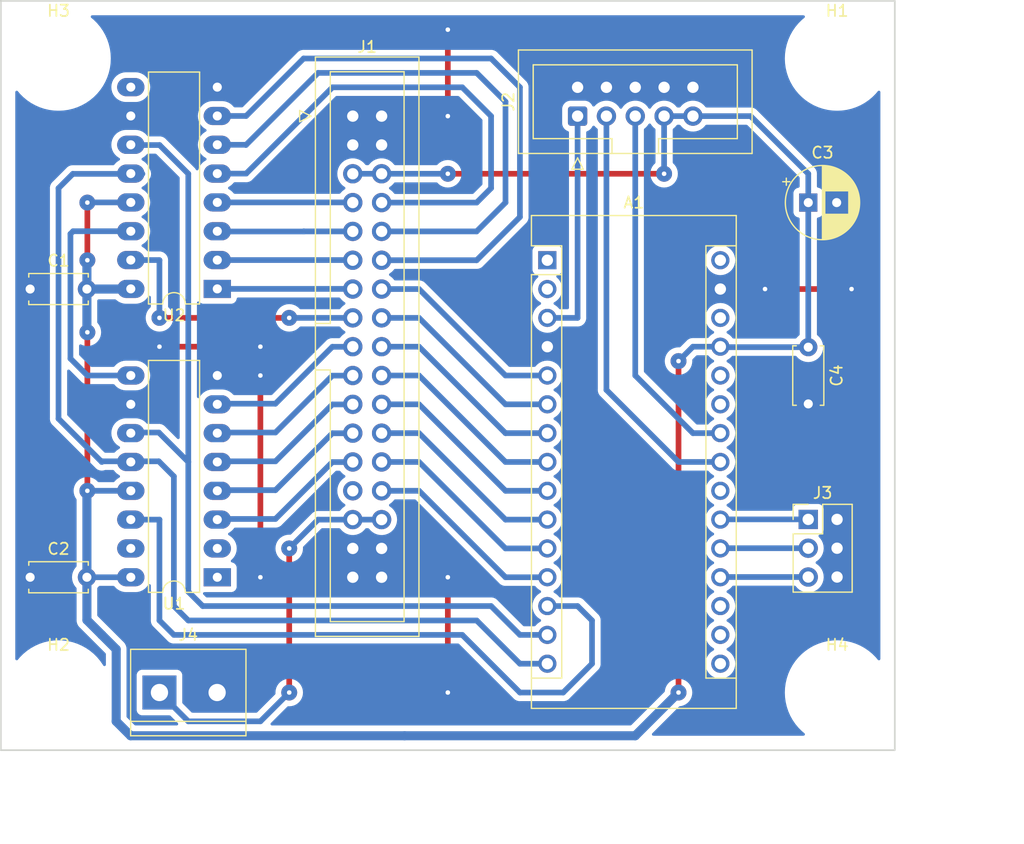
<source format=kicad_pcb>
(kicad_pcb (version 20211014) (generator pcbnew)
  (layers (0 "F.Cu" signal) (31 "B.Cu" signal) (34 "B.Paste" user) (35 "F.Paste" user) (36 "B.SilkS" user "B.Silkscreen") (37 "F.SilkS" user "F.Silkscreen") (38 "B.Mask" user) (39 "F.Mask" user) (44 "Edge.Cuts" user))
  (net 0 "")
  (net 5 "RESET")
  (net 6 "CFG-0")
  (net 7 "GND")
  (net 8 "CFG-1")
  (net 9 "ENABLE-X-1")
  (net 10 "CFG-2")
  (net 11 "ENABLE-X-2")
  (net 13 "ENABLE-X-3")
  (net 14 "SDA")
  (net 15 "ENABLE-X-4")
  (net 16 "SCL")
  (net 17 "ENABLE-X-5")
  (net 19 "ENABLE-X-6")
  (net 21 "ENABLE-X-7")
  (net 22 "Vin")
  (net 23 "ENABLE-X-8")
  (net 25 "Net-(A1-Pad13)")
  (net 26 "Net-(A1-Pad14)")
  (net 28 "Net-(A1-Pad15)")
  (net 30 "A0-X")
  (net 31 "A1-X")
  (net 32 "A2-X")
  (net 33 "B0-X")
  (net 34 "B1-X")
  (net 35 "A0-Y")
  (net 36 "A1-Y")
  (net 37 "A2-Y")
  (net 38 "B0-Y")
  (net 39 "B1-Y")
  (net 41 "Net-(J1-Pad29)")
  (net 42 "DATA-X")
  (net 43 "ENABLE-Y-SET")
  (net 44 "ENABLE-Y-RESET")
  (net 45 "Net-(U1-Pad9)")
  (footprint "Connector_IDC:IDC-Header_2x17_P2.54mm_Vertical" (layer "F.Cu") (at 114.8175 78.74)
    (fp_text reference "J1" (at 1.27 -6.1) (layer "F.SilkS"))
    (fp_text value "FlipDot matrix")
    (pad "1" thru_hole roundrect locked (at 0 0) (size 1.7 1.7) (drill 1) (layers *.Cu *.Mask) (roundrect_rratio 0.147059) (net 7 "GND"))
    (pad "2" thru_hole circle locked (at 2.54 0) (size 1.7 1.7) (drill 1) (layers *.Cu *.Mask) (net 7 "GND"))
    (pad "3" thru_hole circle locked (at 0 2.54) (size 1.7 1.7) (drill 1) (layers *.Cu *.Mask) (net 7 "GND"))
    (pad "4" thru_hole circle locked (at 2.54 2.54) (size 1.7 1.7) (drill 1) (layers *.Cu *.Mask) (net 7 "GND"))
    (pad "5" thru_hole circle locked (at 0 5.08) (size 1.7 1.7) (drill 1) (layers *.Cu *.Mask) (net 22 "Vin"))
    (pad "6" thru_hole circle locked (at 2.54 5.08) (size 1.7 1.7) (drill 1) (layers *.Cu *.Mask) (net 22 "Vin"))
    (pad "7" thru_hole circle locked (at 0 7.62) (size 1.7 1.7) (drill 1) (layers *.Cu *.Mask) (net 30 "A0-X"))
    (pad "8" thru_hole circle locked (at 2.54 7.62) (size 1.7 1.7) (drill 1) (layers *.Cu *.Mask) (net 42 "DATA-X"))
    (pad "9" thru_hole circle locked (at 0 10.16) (size 1.7 1.7) (drill 1) (layers *.Cu *.Mask) (net 31 "A1-X"))
    (pad "10" thru_hole circle locked (at 2.54 10.16) (size 1.7 1.7) (drill 1) (layers *.Cu *.Mask) (net 43 "ENABLE-Y-SET"))
    (pad "11" thru_hole circle locked (at 0 12.7) (size 1.7 1.7) (drill 1) (layers *.Cu *.Mask) (net 32 "A2-X"))
    (pad "12" thru_hole circle locked (at 2.54 12.7) (size 1.7 1.7) (drill 1) (layers *.Cu *.Mask) (net 44 "ENABLE-Y-RESET"))
    (pad "13" thru_hole circle locked (at 0 15.24) (size 1.7 1.7) (drill 1) (layers *.Cu *.Mask) (net 33 "B0-X"))
    (pad "14" thru_hole circle locked (at 2.54 15.24) (size 1.7 1.7) (drill 1) (layers *.Cu *.Mask) (net 9 "ENABLE-X-1"))
    (pad "15" thru_hole circle locked (at 0 17.78) (size 1.7 1.7) (drill 1) (layers *.Cu *.Mask) (net 34 "B1-X"))
    (pad "16" thru_hole circle locked (at 2.54 17.78) (size 1.7 1.7) (drill 1) (layers *.Cu *.Mask) (net 11 "ENABLE-X-2"))
    (pad "17" thru_hole circle locked (at 0 20.32) (size 1.7 1.7) (drill 1) (layers *.Cu *.Mask) (net 35 "A0-Y"))
    (pad "18" thru_hole circle locked (at 2.54 20.32) (size 1.7 1.7) (drill 1) (layers *.Cu *.Mask) (net 13 "ENABLE-X-3"))
    (pad "19" thru_hole circle locked (at 0 22.86) (size 1.7 1.7) (drill 1) (layers *.Cu *.Mask) (net 36 "A1-Y"))
    (pad "20" thru_hole circle locked (at 2.54 22.86) (size 1.7 1.7) (drill 1) (layers *.Cu *.Mask) (net 15 "ENABLE-X-4"))
    (pad "21" thru_hole circle locked (at 0 25.4) (size 1.7 1.7) (drill 1) (layers *.Cu *.Mask) (net 37 "A2-Y"))
    (pad "22" thru_hole circle locked (at 2.54 25.4) (size 1.7 1.7) (drill 1) (layers *.Cu *.Mask) (net 17 "ENABLE-X-5"))
    (pad "23" thru_hole circle locked (at 0 27.94) (size 1.7 1.7) (drill 1) (layers *.Cu *.Mask) (net 38 "B0-Y"))
    (pad "24" thru_hole circle locked (at 2.54 27.94) (size 1.7 1.7) (drill 1) (layers *.Cu *.Mask) (net 19 "ENABLE-X-6"))
    (pad "25" thru_hole circle locked (at 0 30.48) (size 1.7 1.7) (drill 1) (layers *.Cu *.Mask) (net 39 "B1-Y"))
    (pad "26" thru_hole circle locked (at 2.54 30.48) (size 1.7 1.7) (drill 1) (layers *.Cu *.Mask) (net 21 "ENABLE-X-7"))
    (pad "27" thru_hole circle locked (at 0 33.02) (size 1.7 1.7) (drill 1) (layers *.Cu *.Mask))
    (pad "28" thru_hole circle locked (at 2.54 33.02) (size 1.7 1.7) (drill 1) (layers *.Cu *.Mask) (net 23 "ENABLE-X-8"))
    (pad "29" thru_hole circle locked (at 0 35.56) (size 1.7 1.7) (drill 1) (layers *.Cu *.Mask) (net 41 "Net-(J1-Pad29)"))
    (pad "30" thru_hole circle locked (at 2.54 35.56) (size 1.7 1.7) (drill 1) (layers *.Cu *.Mask) (net 41 "Net-(J1-Pad29)"))
    (pad "31" thru_hole circle locked (at 0 38.1) (size 1.7 1.7) (drill 1) (layers *.Cu *.Mask) (net 7 "GND"))
    (pad "32" thru_hole circle locked (at 2.54 38.1) (size 1.7 1.7) (drill 1) (layers *.Cu *.Mask) (net 7 "GND"))
    (pad "33" thru_hole circle locked (at 0 40.64) (size 1.7 1.7) (drill 1) (layers *.Cu *.Mask) (net 7 "GND"))
    (pad "34" thru_hole circle locked (at 2.54 40.64) (size 1.7 1.7) (drill 1) (layers *.Cu *.Mask) (net 7 "GND"))
  )
  (footprint "MountingHole:MountingHole_3.2mm_M3" (layer "F.Cu") (at 157.48 73.66)
    (fp_text reference "H1" (at 0 -4.2) (layer "F.SilkS"))
    (fp_text value "MountingHole")
    (pad "" np_thru_hole circle locked (at 0 0) (size 3.2 3.2) (drill 3.2) (layers F&B.Cu *.Mask) (clearance 3))
  )
  (footprint "Connector_IDC:IDC-Header_2x05_P2.54mm_Vertical" (layer "F.Cu") (at 134.62 78.74 90)
    (fp_text reference "J2" (at 1.27 -6.1 90) (layer "F.SilkS"))
    (fp_text value "I2C bus")
    (pad "1" thru_hole roundrect locked (at 0 0 90) (size 1.7 1.7) (drill 1) (layers *.Cu *.Mask) (roundrect_rratio 0.147059) (net 5 "RESET"))
    (pad "2" thru_hole circle locked (at 2.54 0 90) (size 1.7 1.7) (drill 1) (layers *.Cu *.Mask) (net 7 "GND"))
    (pad "3" thru_hole circle locked (at 0 2.54 90) (size 1.7 1.7) (drill 1) (layers *.Cu *.Mask) (net 14 "SDA"))
    (pad "4" thru_hole circle locked (at 2.54 2.54 90) (size 1.7 1.7) (drill 1) (layers *.Cu *.Mask) (net 7 "GND"))
    (pad "5" thru_hole circle locked (at 0 5.08 90) (size 1.7 1.7) (drill 1) (layers *.Cu *.Mask) (net 16 "SCL"))
    (pad "6" thru_hole circle locked (at 2.54 5.08 90) (size 1.7 1.7) (drill 1) (layers *.Cu *.Mask) (net 7 "GND"))
    (pad "7" thru_hole circle locked (at 0 7.62 90) (size 1.7 1.7) (drill 1) (layers *.Cu *.Mask) (net 22 "Vin"))
    (pad "8" thru_hole circle locked (at 2.54 7.62 90) (size 1.7 1.7) (drill 1) (layers *.Cu *.Mask) (net 7 "GND"))
    (pad "9" thru_hole circle locked (at 0 10.16 90) (size 1.7 1.7) (drill 1) (layers *.Cu *.Mask) (net 22 "Vin"))
    (pad "10" thru_hole circle locked (at 2.54 10.16 90) (size 1.7 1.7) (drill 1) (layers *.Cu *.Mask) (net 7 "GND"))
  )
  (footprint "Capacitor_THT:CP_Radial_D6.3mm_P2.50mm" (layer "F.Cu") (at 154.94 86.36)
    (fp_text reference "C3" (at 1.25 -4.4) (layer "F.SilkS"))
    (fp_text value "100uF")
    (pad "1" thru_hole rect locked (at 0 0) (size 1.6 1.6) (drill 0.8) (layers *.Cu *.Mask) (net 22 "Vin"))
    (pad "2" thru_hole circle locked (at 2.5 0) (size 1.6 1.6) (drill 0.8) (layers *.Cu *.Mask) (net 7 "GND"))
  )
  (footprint "MountingHole:MountingHole_3.2mm_M3" (layer "F.Cu") (at 157.48 129.54)
    (fp_text reference "H4" (at 0 -4.2) (layer "F.SilkS"))
    (fp_text value "MountingHole")
    (pad "" np_thru_hole circle locked (at 0 0) (size 3.2 3.2) (drill 3.2) (layers F&B.Cu *.Mask) (clearance 3))
  )
  (footprint "Capacitor_THT:C_Disc_D5.0mm_W2.5mm_P5.00mm" (layer "F.Cu") (at 154.94 99.102894 -90)
    (fp_text reference "C4" (at 2.5 -2.5 90) (layer "F.SilkS"))
    (fp_text value "100n")
    (pad "1" thru_hole circle locked (at 0 0 270) (size 1.6 1.6) (drill 0.8) (layers *.Cu *.Mask) (net 22 "Vin"))
    (pad "2" thru_hole circle locked (at 5 0 270) (size 1.6 1.6) (drill 0.8) (layers *.Cu *.Mask) (net 7 "GND"))
  )
  (footprint "Package_DIP:DIP-16_W7.62mm_LongPads" (layer "F.Cu") (at 102.885 93.965 180)
    (fp_text reference "U2" (at 3.81 -2.33) (layer "F.SilkS"))
    (fp_text value "74HC595")
    (pad "1" thru_hole rect locked (at 0 0 180) (size 2.4 1.6) (drill 0.8) (layers *.Cu *.Mask) (net 33 "B0-X"))
    (pad "2" thru_hole oval locked (at 0 2.54 180) (size 2.4 1.6) (drill 0.8) (layers *.Cu *.Mask) (net 32 "A2-X"))
    (pad "3" thru_hole oval locked (at 0 5.08 180) (size 2.4 1.6) (drill 0.8) (layers *.Cu *.Mask) (net 31 "A1-X"))
    (pad "4" thru_hole oval locked (at 0 7.62 180) (size 2.4 1.6) (drill 0.8) (layers *.Cu *.Mask) (net 30 "A0-X"))
    (pad "5" thru_hole oval locked (at 0 10.16 180) (size 2.4 1.6) (drill 0.8) (layers *.Cu *.Mask) (net 42 "DATA-X"))
    (pad "6" thru_hole oval locked (at 0 12.7 180) (size 2.4 1.6) (drill 0.8) (layers *.Cu *.Mask) (net 43 "ENABLE-Y-SET"))
    (pad "7" thru_hole oval locked (at 0 15.24 180) (size 2.4 1.6) (drill 0.8) (layers *.Cu *.Mask) (net 44 "ENABLE-Y-RESET"))
    (pad "8" thru_hole oval locked (at 0 17.78 180) (size 2.4 1.6) (drill 0.8) (layers *.Cu *.Mask) (net 7 "GND"))
    (pad "9" thru_hole oval locked (at 7.62 17.78 180) (size 2.4 1.6) (drill 0.8) (layers *.Cu *.Mask))
    (pad "10" thru_hole oval locked (at 7.62 15.24 180) (size 2.4 1.6) (drill 0.8) (layers *.Cu *.Mask) (net 7 "GND"))
    (pad "11" thru_hole oval locked (at 7.62 12.7 180) (size 2.4 1.6) (drill 0.8) (layers *.Cu *.Mask) (net 26 "Net-(A1-Pad14)"))
    (pad "12" thru_hole oval locked (at 7.62 10.16 180) (size 2.4 1.6) (drill 0.8) (layers *.Cu *.Mask) (net 28 "Net-(A1-Pad15)"))
    (pad "13" thru_hole oval locked (at 7.62 7.62 180) (size 2.4 1.6) (drill 0.8) (layers *.Cu *.Mask) (net 22 "Vin"))
    (pad "14" thru_hole oval locked (at 7.62 5.08 180) (size 2.4 1.6) (drill 0.8) (layers *.Cu *.Mask) (net 45 "Net-(U1-Pad9)"))
    (pad "15" thru_hole oval locked (at 7.62 2.54 180) (size 2.4 1.6) (drill 0.8) (layers *.Cu *.Mask) (net 34 "B1-X"))
    (pad "16" thru_hole oval locked (at 7.62 0 180) (size 2.4 1.6) (drill 0.8) (layers *.Cu *.Mask) (net 22 "Vin"))
  )
  (footprint "Module:Arduino_Nano" (layer "F.Cu") (at 131.954547 91.44)
    (fp_text reference "A1" (at 7.62 -5.08) (layer "F.SilkS"))
    (fp_text value "Arduino_Nano_v3.x")
    (pad "1" thru_hole rect locked (at 0 0) (size 1.6 1.6) (drill 1) (layers *.Cu *.Mask))
    (pad "2" thru_hole oval locked (at 0 2.54) (size 1.6 1.6) (drill 1) (layers *.Cu *.Mask))
    (pad "3" thru_hole oval locked (at 0 5.08) (size 1.6 1.6) (drill 1) (layers *.Cu *.Mask) (net 5 "RESET"))
    (pad "4" thru_hole oval locked (at 0 7.62) (size 1.6 1.6) (drill 1) (layers *.Cu *.Mask) (net 7 "GND"))
    (pad "5" thru_hole oval locked (at 0 10.16) (size 1.6 1.6) (drill 1) (layers *.Cu *.Mask) (net 9 "ENABLE-X-1"))
    (pad "6" thru_hole oval locked (at 0 12.7) (size 1.6 1.6) (drill 1) (layers *.Cu *.Mask) (net 11 "ENABLE-X-2"))
    (pad "7" thru_hole oval locked (at 0 15.24) (size 1.6 1.6) (drill 1) (layers *.Cu *.Mask) (net 13 "ENABLE-X-3"))
    (pad "8" thru_hole oval locked (at 0 17.78) (size 1.6 1.6) (drill 1) (layers *.Cu *.Mask) (net 15 "ENABLE-X-4"))
    (pad "9" thru_hole oval locked (at 0 20.32) (size 1.6 1.6) (drill 1) (layers *.Cu *.Mask) (net 17 "ENABLE-X-5"))
    (pad "10" thru_hole oval locked (at 0 22.86) (size 1.6 1.6) (drill 1) (layers *.Cu *.Mask) (net 19 "ENABLE-X-6"))
    (pad "11" thru_hole oval locked (at 0 25.4) (size 1.6 1.6) (drill 1) (layers *.Cu *.Mask) (net 21 "ENABLE-X-7"))
    (pad "12" thru_hole oval locked (at 0 27.94) (size 1.6 1.6) (drill 1) (layers *.Cu *.Mask) (net 23 "ENABLE-X-8"))
    (pad "13" thru_hole oval locked (at 0 30.48) (size 1.6 1.6) (drill 1) (layers *.Cu *.Mask) (net 25 "Net-(A1-Pad13)"))
    (pad "14" thru_hole oval locked (at 0 33.02) (size 1.6 1.6) (drill 1) (layers *.Cu *.Mask) (net 26 "Net-(A1-Pad14)"))
    (pad "15" thru_hole oval locked (at 0 35.56) (size 1.6 1.6) (drill 1) (layers *.Cu *.Mask) (net 28 "Net-(A1-Pad15)"))
    (pad "16" thru_hole oval locked (at 15.24 35.56) (size 1.6 1.6) (drill 1) (layers *.Cu *.Mask))
    (pad "17" thru_hole oval locked (at 15.24 33.02) (size 1.6 1.6) (drill 1) (layers *.Cu *.Mask))
    (pad "18" thru_hole oval locked (at 15.24 30.48) (size 1.6 1.6) (drill 1) (layers *.Cu *.Mask))
    (pad "19" thru_hole oval locked (at 15.24 27.94) (size 1.6 1.6) (drill 1) (layers *.Cu *.Mask) (net 6 "CFG-0"))
    (pad "20" thru_hole oval locked (at 15.24 25.4) (size 1.6 1.6) (drill 1) (layers *.Cu *.Mask) (net 8 "CFG-1"))
    (pad "21" thru_hole oval locked (at 15.24 22.86) (size 1.6 1.6) (drill 1) (layers *.Cu *.Mask) (net 10 "CFG-2"))
    (pad "22" thru_hole oval locked (at 15.24 20.32) (size 1.6 1.6) (drill 1) (layers *.Cu *.Mask))
    (pad "23" thru_hole oval locked (at 15.24 17.78) (size 1.6 1.6) (drill 1) (layers *.Cu *.Mask) (net 14 "SDA"))
    (pad "24" thru_hole oval locked (at 15.24 15.24) (size 1.6 1.6) (drill 1) (layers *.Cu *.Mask) (net 16 "SCL"))
    (pad "25" thru_hole oval locked (at 15.24 12.7) (size 1.6 1.6) (drill 1) (layers *.Cu *.Mask))
    (pad "26" thru_hole oval locked (at 15.24 10.16) (size 1.6 1.6) (drill 1) (layers *.Cu *.Mask))
    (pad "27" thru_hole oval locked (at 15.24 7.62) (size 1.6 1.6) (drill 1) (layers *.Cu *.Mask) (net 22 "Vin"))
    (pad "28" thru_hole oval locked (at 15.24 5.08) (size 1.6 1.6) (drill 1) (layers *.Cu *.Mask))
    (pad "29" thru_hole oval locked (at 15.24 2.54) (size 1.6 1.6) (drill 1) (layers *.Cu *.Mask) (net 7 "GND"))
    (pad "30" thru_hole oval locked (at 15.24 0) (size 1.6 1.6) (drill 1) (layers *.Cu *.Mask))
  )
  (footprint "TerminalBlock:TerminalBlock_bornier-2_P5.08mm" (layer "F.Cu") (at 97.79 129.54)
    (fp_text reference "J4" (at 2.54 -5.08) (layer "F.SilkS"))
    (fp_text value "Power 24V")
    (pad "1" thru_hole rect locked (at 0 0) (size 3 3) (drill 1.52) (layers *.Cu *.Mask) (net 41 "Net-(J1-Pad29)"))
    (pad "2" thru_hole circle locked (at 5.08 0) (size 3 3) (drill 1.52) (layers *.Cu *.Mask) (net 7 "GND"))
  )
  (footprint "Capacitor_THT:C_Disc_D5.0mm_W2.5mm_P5.00mm" (layer "F.Cu") (at 86.4 119.38)
    (fp_text reference "C2" (at 2.5 -2.5) (layer "F.SilkS"))
    (fp_text value "100n")
    (pad "1" thru_hole circle locked (at 0 0) (size 1.6 1.6) (drill 0.8) (layers *.Cu *.Mask) (net 7 "GND"))
    (pad "2" thru_hole circle locked (at 5 0) (size 1.6 1.6) (drill 0.8) (layers *.Cu *.Mask) (net 22 "Vin"))
  )
  (footprint "MountingHole:MountingHole_3.2mm_M3" (layer "F.Cu") (at 88.9 73.66)
    (fp_text reference "H3" (at 0 -4.2) (layer "F.SilkS"))
    (fp_text value "MountingHole")
    (pad "" np_thru_hole circle locked (at 0 0) (size 3.2 3.2) (drill 3.2) (layers F&B.Cu *.Mask) (clearance 3))
  )
  (footprint "Capacitor_THT:C_Disc_D5.0mm_W2.5mm_P5.00mm" (layer "F.Cu") (at 86.4 93.98)
    (fp_text reference "C1" (at 2.5 -2.5) (layer "F.SilkS"))
    (fp_text value "100n")
    (pad "1" thru_hole circle locked (at 0 0) (size 1.6 1.6) (drill 0.8) (layers *.Cu *.Mask) (net 7 "GND"))
    (pad "2" thru_hole circle locked (at 5 0) (size 1.6 1.6) (drill 0.8) (layers *.Cu *.Mask) (net 22 "Vin"))
  )
  (footprint "Connector_PinHeader_2.54mm:PinHeader_2x03_P2.54mm_Vertical" (layer "F.Cu") (at 154.935 114.281549)
    (fp_text reference "J3" (at 1.27 -2.33) (layer "F.SilkS"))
    (fp_text value "Config Jumpers")
    (pad "1" thru_hole rect locked (at 0 0) (size 1.7 1.7) (drill 1) (layers *.Cu *.Mask) (net 10 "CFG-2"))
    (pad "2" thru_hole oval locked (at 2.54 0) (size 1.7 1.7) (drill 1) (layers *.Cu *.Mask) (net 7 "GND"))
    (pad "3" thru_hole oval locked (at 0 2.54) (size 1.7 1.7) (drill 1) (layers *.Cu *.Mask) (net 8 "CFG-1"))
    (pad "4" thru_hole oval locked (at 2.54 2.54) (size 1.7 1.7) (drill 1) (layers *.Cu *.Mask) (net 7 "GND"))
    (pad "5" thru_hole oval locked (at 0 5.08) (size 1.7 1.7) (drill 1) (layers *.Cu *.Mask) (net 6 "CFG-0"))
    (pad "6" thru_hole oval locked (at 2.54 5.08) (size 1.7 1.7) (drill 1) (layers *.Cu *.Mask) (net 7 "GND"))
  )
  (footprint "MountingHole:MountingHole_3.2mm_M3" (layer "F.Cu") (at 88.9 129.54)
    (fp_text reference "H2" (at 0 -4.2) (layer "F.SilkS"))
    (fp_text value "MountingHole")
    (pad "" np_thru_hole circle locked (at 0 0) (size 3.2 3.2) (drill 3.2) (layers F&B.Cu *.Mask) (clearance 3))
  )
  (footprint "Package_DIP:DIP-16_W7.62mm_LongPads" (layer "F.Cu") (at 102.885 119.38 180)
    (fp_text reference "U1" (at 3.81 -2.33) (layer "F.SilkS"))
    (fp_text value "74HC595")
    (pad "1" thru_hole rect locked (at 0 0 180) (size 2.4 1.6) (drill 0.8) (layers *.Cu *.Mask))
    (pad "2" thru_hole oval locked (at 0 2.54 180) (size 2.4 1.6) (drill 0.8) (layers *.Cu *.Mask))
    (pad "3" thru_hole oval locked (at 0 5.08 180) (size 2.4 1.6) (drill 0.8) (layers *.Cu *.Mask) (net 39 "B1-Y"))
    (pad "4" thru_hole oval locked (at 0 7.62 180) (size 2.4 1.6) (drill 0.8) (layers *.Cu *.Mask) (net 38 "B0-Y"))
    (pad "5" thru_hole oval locked (at 0 10.16 180) (size 2.4 1.6) (drill 0.8) (layers *.Cu *.Mask) (net 37 "A2-Y"))
    (pad "6" thru_hole oval locked (at 0 12.7 180) (size 2.4 1.6) (drill 0.8) (layers *.Cu *.Mask) (net 36 "A1-Y"))
    (pad "7" thru_hole oval locked (at 0 15.24 180) (size 2.4 1.6) (drill 0.8) (layers *.Cu *.Mask) (net 35 "A0-Y"))
    (pad "8" thru_hole oval locked (at 0 17.78 180) (size 2.4 1.6) (drill 0.8) (layers *.Cu *.Mask) (net 7 "GND"))
    (pad "9" thru_hole oval locked (at 7.62 17.78 180) (size 2.4 1.6) (drill 0.8) (layers *.Cu *.Mask) (net 45 "Net-(U1-Pad9)"))
    (pad "10" thru_hole oval locked (at 7.62 15.24 180) (size 2.4 1.6) (drill 0.8) (layers *.Cu *.Mask) (net 7 "GND"))
    (pad "11" thru_hole oval locked (at 7.62 12.7 180) (size 2.4 1.6) (drill 0.8) (layers *.Cu *.Mask) (net 26 "Net-(A1-Pad14)"))
    (pad "12" thru_hole oval locked (at 7.62 10.16 180) (size 2.4 1.6) (drill 0.8) (layers *.Cu *.Mask) (net 28 "Net-(A1-Pad15)"))
    (pad "13" thru_hole oval locked (at 7.62 7.62 180) (size 2.4 1.6) (drill 0.8) (layers *.Cu *.Mask) (net 22 "Vin"))
    (pad "14" thru_hole oval locked (at 7.62 5.08 180) (size 2.4 1.6) (drill 0.8) (layers *.Cu *.Mask) (net 25 "Net-(A1-Pad13)"))
    (pad "15" thru_hole oval locked (at 7.62 2.54 180) (size 2.4 1.6) (drill 0.8) (layers *.Cu *.Mask))
    (pad "16" thru_hole oval locked (at 7.62 0 180) (size 2.4 1.6) (drill 0.8) (layers *.Cu *.Mask) (net 22 "Vin"))
  )
  (gr_rect (start 83.82 68.58) (end 162.56 134.62) (layer "Edge.Cuts") (width 0.15) (fill none))
  (segment (start 134.62 78.74) (end 134.62 96.52) (width 0.5) (layer "B.Cu") (net 5))
  (segment (start 134.62 96.52) (end 131.954547 96.52) (width 0.5) (layer "B.Cu") (net 5))
  (segment (start 154.935 119.361549) (end 147.212998 119.361549) (width 0.5) (layer "B.Cu") (net 6))
  (segment (start 147.212998 119.361549) (end 147.194547 119.38) (width 0.5) (layer "B.Cu") (net 6))
  (segment (start 151.13 93.98) (end 158.75 93.98) (width 0.5) (layer "F.Cu") (net 7))
  (segment (start 106.68 99.06) (end 97.79 99.06) (width 0.5) (layer "F.Cu") (net 7))
  (segment (start 106.68 101.6) (end 106.68 119.38) (width 0.5) (layer "F.Cu") (net 7))
  (segment (start 123.19 78.74) (end 123.19 71.12) (width 0.5) (layer "F.Cu") (net 7))
  (segment (start 123.19 129.54) (end 123.19 119.38) (width 0.5) (layer "F.Cu") (net 7))
  (via (at 123.19 129.54) (size 1.4) (drill 0.4) (layers "F.Cu" "B.Cu") (net 7))
  (via (at 158.75 93.98) (size 1.4) (drill 0.4) (layers "F.Cu" "B.Cu") (net 7))
  (via (at 106.68 101.6) (size 1.4) (drill 0.4) (layers "F.Cu" "B.Cu") (net 7))
  (via (at 106.68 119.38) (size 1.4) (drill 0.4) (layers "F.Cu" "B.Cu") (net 7))
  (via (at 151.13 93.98) (size 1.4) (drill 0.4) (layers "F.Cu" "B.Cu") (net 7))
  (via (at 106.68 99.06) (size 1.4) (drill 0.4) (layers "F.Cu" "B.Cu") (net 7))
  (via (at 123.19 119.38) (size 1.4) (drill 0.4) (layers "F.Cu" "B.Cu") (net 7))
  (via (at 123.19 78.74) (size 1.4) (drill 0.4) (layers "F.Cu" "B.Cu") (net 7))
  (via (at 123.19 71.12) (size 1.4) (drill 0.4) (layers "F.Cu" "B.Cu") (net 7))
  (via (at 97.79 99.06) (size 1.4) (drill 0.4) (layers "F.Cu" "B.Cu") (net 7))
  (segment (start 154.935 116.821549) (end 147.212998 116.821549) (width 0.5) (layer "B.Cu") (net 8))
  (segment (start 147.212998 116.821549) (end 147.194547 116.84) (width 0.5) (layer "B.Cu") (net 8))
  (segment (start 128.27 101.6) (end 131.954547 101.6) (width 0.5) (layer "B.Cu") (net 9))
  (segment (start 120.65 93.98) (end 128.27 101.6) (width 0.5) (layer "B.Cu") (net 9))
  (segment (start 117.3575 93.98) (end 120.65 93.98) (width 0.5) (layer "B.Cu") (net 9))
  (segment (start 154.935 114.281549) (end 147.212998 114.281549) (width 0.5) (layer "B.Cu") (net 10))
  (segment (start 147.212998 114.281549) (end 147.194547 114.3) (width 0.5) (layer "B.Cu") (net 10))
  (segment (start 128.27 104.14) (end 120.65 96.52) (width 0.5) (layer "B.Cu") (net 11))
  (segment (start 131.954547 104.14) (end 128.27 104.14) (width 0.5) (layer "B.Cu") (net 11))
  (segment (start 120.65 96.52) (end 117.3575 96.52) (width 0.5) (layer "B.Cu") (net 11))
  (segment (start 120.65 99.06) (end 117.3575 99.06) (width 0.5) (layer "B.Cu") (net 13))
  (segment (start 131.954547 106.68) (end 128.27 106.68) (width 0.5) (layer "B.Cu") (net 13))
  (segment (start 128.27 106.68) (end 120.65 99.06) (width 0.5) (layer "B.Cu") (net 13))
  (segment (start 137.16 102.87) (end 143.51 109.22) (width 0.5) (layer "B.Cu") (net 14))
  (segment (start 143.51 109.22) (end 147.194547 109.22) (width 0.5) (layer "B.Cu") (net 14))
  (segment (start 137.16 78.74) (end 137.16 102.87) (width 0.5) (layer "B.Cu") (net 14))
  (segment (start 131.954547 109.22) (end 128.27 109.22) (width 0.5) (layer "B.Cu") (net 15))
  (segment (start 120.65 101.6) (end 117.3575 101.6) (width 0.5) (layer "B.Cu") (net 15))
  (segment (start 128.27 109.22) (end 120.65 101.6) (width 0.5) (layer "B.Cu") (net 15))
  (segment (start 139.7 78.74) (end 139.7 101.6) (width 0.5) (layer "B.Cu") (net 16))
  (segment (start 139.7 101.6) (end 144.78 106.68) (width 0.5) (layer "B.Cu") (net 16))
  (segment (start 144.78 106.68) (end 147.194547 106.68) (width 0.5) (layer "B.Cu") (net 16))
  (segment (start 128.27 111.76) (end 120.65 104.14) (width 0.5) (layer "B.Cu") (net 17))
  (segment (start 120.65 104.14) (end 117.3575 104.14) (width 0.5) (layer "B.Cu") (net 17))
  (segment (start 131.954547 111.76) (end 128.27 111.76) (width 0.5) (layer "B.Cu") (net 17))
  (segment (start 131.954547 114.3) (end 128.27 114.3) (width 0.5) (layer "B.Cu") (net 19))
  (segment (start 120.65 106.68) (end 117.3575 106.68) (width 0.5) (layer "B.Cu") (net 19))
  (segment (start 128.27 114.3) (end 120.65 106.68) (width 0.5) (layer "B.Cu") (net 19))
  (segment (start 120.65 109.22) (end 117.3575 109.22) (width 0.5) (layer "B.Cu") (net 21))
  (segment (start 131.954547 116.84) (end 128.27 116.84) (width 0.5) (layer "B.Cu") (net 21))
  (segment (start 128.27 116.84) (end 120.65 109.22) (width 0.5) (layer "B.Cu") (net 21))
  (segment (start 91.44 111.76) (end 91.44 97.79) (width 0.5) (layer "F.Cu") (net 22))
  (segment (start 91.44 91.44) (end 91.44 86.36) (width 0.5) (layer "F.Cu") (net 22))
  (segment (start 123.19 83.82) (end 142.24 83.82) (width 0.5) (layer "F.Cu") (net 22))
  (segment (start 143.51 129.54) (end 143.51 100.33) (width 0.5) (layer "F.Cu") (net 22))
  (via (at 123.19 83.82) (size 1.4) (drill 0.4) (layers "F.Cu" "B.Cu") (net 22))
  (via (at 91.44 91.44) (size 1.4) (drill 0.4) (layers "F.Cu" "B.Cu") (net 22))
  (via (at 143.51 129.54) (size 1.4) (drill 0.4) (layers "F.Cu" "B.Cu") (net 22))
  (via (at 91.44 111.76) (size 1.4) (drill 0.4) (layers "F.Cu" "B.Cu") (net 22))
  (via (at 143.51 100.33) (size 1.4) (drill 0.4) (layers "F.Cu" "B.Cu") (net 22))
  (via (at 142.24 83.82) (size 1.4) (drill 0.4) (layers "F.Cu" "B.Cu") (net 22))
  (via (at 91.44 86.36) (size 1.4) (drill 0.4) (layers "F.Cu" "B.Cu") (net 22))
  (via (at 91.44 97.79) (size 1.4) (drill 0.4) (layers "F.Cu" "B.Cu") (net 22))
  (segment (start 95.265 86.345) (end 91.455 86.345) (width 0.5) (layer "B.Cu") (net 22))
  (segment (start 144.78 99.06) (end 143.51 100.33) (width 0.5) (layer "B.Cu") (net 22))
  (segment (start 91.4 111.8) (end 91.44 111.76) (width 0.5) (layer "B.Cu") (net 22))
  (segment (start 91.4 97.75) (end 91.44 97.79) (width 0.5) (layer "B.Cu") (net 22))
  (segment (start 93.98 125.73) (end 93.98 132.08) (width 0.8) (layer "B.Cu") (net 22))
  (segment (start 91.455 86.345) (end 91.44 86.36) (width 0.5) (layer "B.Cu") (net 22))
  (segment (start 119.38 133.35) (end 139.7 133.35) (width 0.8) (layer "B.Cu") (net 22))
  (segment (start 142.24 78.74) (end 142.24 83.82) (width 0.5) (layer "B.Cu") (net 22))
  (segment (start 147.237441 99.102894) (end 147.194547 99.06) (width 0.5) (layer "B.Cu") (net 22))
  (segment (start 149.86 78.74) (end 154.94 83.82) (width 0.5) (layer "B.Cu") (net 22))
  (segment (start 91.4 93.98) (end 91.4 97.75) (width 0.8) (layer "B.Cu") (net 22))
  (segment (start 91.4 93.98) (end 95.25 93.98) (width 0.8) (layer "B.Cu") (net 22))
  (segment (start 91.4 119.38) (end 91.4 123.15) (width 0.8) (layer "B.Cu") (net 22))
  (segment (start 91.4 119.38) (end 91.4 111.8) (width 0.8) (layer "B.Cu") (net 22))
  (segment (start 91.4 91.48) (end 91.44 91.44) (width 0.5) (layer "B.Cu") (net 22))
  (segment (start 147.194547 99.06) (end 144.78 99.06) (width 0.5) (layer "B.Cu") (net 22))
  (segment (start 91.4 119.38) (end 95.265 119.38) (width 0.5) (layer "B.Cu") (net 22))
  (segment (start 117.3575 83.82) (end 123.19 83.82) (width 0.5) (layer "B.Cu") (net 22))
  (segment (start 154.94 99.102894) (end 147.237441 99.102894) (width 0.5) (layer "B.Cu") (net 22))
  (segment (start 92.71 124.46) (end 93.98 125.73) (width 0.8) (layer "B.Cu") (net 22))
  (segment (start 144.78 78.74) (end 149.86 78.74) (width 0.5) (layer "B.Cu") (net 22))
  (segment (start 142.24 78.74) (end 144.78 78.74) (width 0.5) (layer "B.Cu") (net 22))
  (segment (start 154.94 83.82) (end 154.94 86.36) (width 0.5) (layer "B.Cu") (net 22))
  (segment (start 154.94 86.36) (end 154.94 99.102894) (width 0.5) (layer "B.Cu") (net 22))
  (segment (start 114.8175 83.82) (end 117.3575 83.82) (width 0.5) (layer "B.Cu") (net 22))
  (segment (start 95.25 93.98) (end 95.265 93.965) (width 0.5) (layer "B.Cu") (net 22))
  (segment (start 93.98 132.08) (end 95.25 133.35) (width 0.8) (layer "B.Cu") (net 22))
  (segment (start 95.25 133.35) (end 119.38 133.35) (width 0.8) (layer "B.Cu") (net 22))
  (segment (start 139.7 133.35) (end 143.51 129.54) (width 0.8) (layer "B.Cu") (net 22))
  (segment (start 91.44 111.76) (end 95.265 111.76) (width 0.5) (layer "B.Cu") (net 22))
  (segment (start 91.4 93.98) (end 91.4 91.48) (width 0.8) (layer "B.Cu") (net 22))
  (segment (start 91.4 123.15) (end 92.71 124.46) (width 0.8) (layer "B.Cu") (net 22))
  (segment (start 128.27 119.38) (end 120.65 111.76) (width 0.5) (layer "B.Cu") (net 23))
  (segment (start 131.954547 119.38) (end 128.27 119.38) (width 0.5) (layer "B.Cu") (net 23))
  (segment (start 120.65 111.76) (end 117.3575 111.76) (width 0.5) (layer "B.Cu") (net 23))
  (segment (start 124.46 124.46) (end 99.06 124.46) (width 0.5) (layer "B.Cu") (net 25))
  (segment (start 97.79 123.19) (end 97.79 114.3) (width 0.5) (layer "B.Cu") (net 25))
  (segment (start 135.89 127) (end 133.35 129.54) (width 0.5) (layer "B.Cu") (net 25))
  (segment (start 134.62 121.92) (end 135.89 123.19) (width 0.5) (layer "B.Cu") (net 25))
  (segment (start 133.35 129.54) (end 129.54 129.54) (width 0.5) (layer "B.Cu") (net 25))
  (segment (start 97.79 114.3) (end 95.265 114.3) (width 0.5) (layer "B.Cu") (net 25))
  (segment (start 129.54 129.54) (end 124.46 124.46) (width 0.5) (layer "B.Cu") (net 25))
  (segment (start 99.06 124.46) (end 97.79 123.19) (width 0.5) (layer "B.Cu") (net 25))
  (segment (start 131.954547 121.92) (end 134.62 121.92) (width 0.5) (layer "B.Cu") (net 25))
  (segment (start 135.89 123.19) (end 135.89 127) (width 0.5) (layer "B.Cu") (net 25))
  (segment (start 129.54 124.46) (end 127 121.92) (width 0.5) (layer "B.Cu") (net 26))
  (segment (start 101.6 121.92) (end 100.33 120.65) (width 0.5) (layer "B.Cu") (net 26))
  (segment (start 97.79756 81.28756) (end 100.33 83.82) (width 0.5) (layer "B.Cu") (net 26))
  (segment (start 127 121.92) (end 101.6 121.92) (width 0.5) (layer "B.Cu") (net 26))
  (segment (start 97.736447 106.624333) (end 96.39571 106.624333) (width 0.5) (layer "B.Cu") (net 26))
  (segment (start 100.33 83.82) (end 100.33 109.217886) (width 0.5) (layer "B.Cu") (net 26))
  (segment (start 100.33 109.217886) (end 97.736447 106.624333) (width 0.5) (layer "B.Cu") (net 26))
  (segment (start 96.289394 81.28756) (end 97.79756 81.28756) (width 0.5) (layer "B.Cu") (net 26))
  (segment (start 100.33 120.65) (end 100.33 109.217886) (width 0.5) (layer "B.Cu") (net 26))
  (segment (start 131.954547 124.46) (end 129.54 124.46) (width 0.5) (layer "B.Cu") (net 26))
  (segment (start 99.06 121.92) (end 99.06 110.49) (width 0.5) (layer "B.Cu") (net 28))
  (segment (start 129.54 127) (end 125.73 123.19) (width 0.5) (layer "B.Cu") (net 28))
  (segment (start 90.16244 83.82756) (end 96.289394 83.82756) (width 0.5) (layer "B.Cu") (net 28))
  (segment (start 131.954547 127) (end 129.54 127) (width 0.5) (layer "B.Cu") (net 28))
  (segment (start 88.9 105.41) (end 88.9 85.09) (width 0.5) (layer "B.Cu") (net 28))
  (segment (start 100.33 123.19) (end 99.06 121.92) (width 0.5) (layer "B.Cu") (net 28))
  (segment (start 88.9 85.09) (end 90.16244 83.82756) (width 0.5) (layer "B.Cu") (net 28))
  (segment (start 99.06 110.49) (end 97.734333 109.164333) (width 0.5) (layer "B.Cu") (net 28))
  (segment (start 97.734333 109.164333) (end 92.765667 109.164333) (width 0.5) (layer "B.Cu") (net 28))
  (segment (start 92.765667 109.164333) (end 92.71 109.22) (width 0.5) (layer "B.Cu") (net 28))
  (segment (start 92.71 109.22) (end 88.9 105.41) (width 0.5) (layer "B.Cu") (net 28))
  (segment (start 125.73 123.19) (end 100.33 123.19) (width 0.5) (layer "B.Cu") (net 28))
  (segment (start 114.8025 86.345) (end 114.8175 86.36) (width 0.5) (layer "B.Cu") (net 30))
  (segment (start 102.885 86.345) (end 114.8025 86.345) (width 0.5) (layer "B.Cu") (net 30))
  (segment (start 103.909394 88.90756) (end 110.49756 88.90756) (width 0.5) (layer "B.Cu") (net 31))
  (segment (start 110.50512 88.9) (end 114.8175 88.9) (width 0.5) (layer "B.Cu") (net 31))
  (segment (start 110.49756 88.90756) (end 110.50512 88.9) (width 0.5) (layer "B.Cu") (net 31))
  (segment (start 102.885 91.425) (end 114.8025 91.425) (width 0.5) (layer "B.Cu") (net 32))
  (segment (start 114.8025 91.425) (end 114.8175 91.44) (width 0.5) (layer "B.Cu") (net 32))
  (segment (start 102.885 93.965) (end 114.8025 93.965) (width 0.5) (layer "B.Cu") (net 33))
  (segment (start 114.8025 93.965) (end 114.8175 93.98) (width 0.5) (layer "B.Cu") (net 33))
  (segment (start 97.79 96.52) (end 109.22 96.52) (width 0.5) (layer "F.Cu") (net 34))
  (via (at 109.22 96.52) (size 1.4) (drill 0.4) (layers "F.Cu" "B.Cu") (net 34))
  (via (at 97.79 96.52) (size 1.4) (drill 0.4) (layers "F.Cu" "B.Cu") (net 34))
  (segment (start 97.775 91.425) (end 97.79 91.44) (width 0.5) (layer "B.Cu") (net 34))
  (segment (start 95.265 91.425) (end 97.775 91.425) (width 0.5) (layer "B.Cu") (net 34))
  (segment (start 114.8175 96.52) (end 109.22 96.52) (width 0.5) (layer "B.Cu") (net 34))
  (segment (start 97.79 91.44) (end 97.79 96.52) (width 0.5) (layer "B.Cu") (net 34))
  (segment (start 113.020123 99.069877) (end 114.309877 99.069877) (width 0.5) (layer "B.Cu") (net 35))
  (segment (start 108.005667 104.084333) (end 113.020123 99.069877) (width 0.5) (layer "B.Cu") (net 35))
  (segment (start 104.01571 104.084333) (end 108.005667 104.084333) (width 0.5) (layer "B.Cu") (net 35))
  (segment (start 104.01571 106.624333) (end 108.005667 106.624333) (width 0.5) (layer "B.Cu") (net 36))
  (segment (start 108.005667 106.624333) (end 113.020123 101.609877) (width 0.5) (layer "B.Cu") (net 36))
  (segment (start 113.020123 101.609877) (end 114.309877 101.609877) (width 0.5) (layer "B.Cu") (net 36))
  (segment (start 108.005667 109.164333) (end 113.020123 104.149877) (width 0.5) (layer "B.Cu") (net 37))
  (segment (start 113.020123 104.149877) (end 114.309877 104.149877) (width 0.5) (layer "B.Cu") (net 37))
  (segment (start 104.01571 109.164333) (end 108.005667 109.164333) (width 0.5) (layer "B.Cu") (net 37))
  (segment (start 108.005667 111.704333) (end 113.020123 106.689877) (width 0.5) (layer "B.Cu") (net 38))
  (segment (start 113.020123 106.689877) (end 114.309877 106.689877) (width 0.5) (layer "B.Cu") (net 38))
  (segment (start 104.01571 111.704333) (end 108.005667 111.704333) (width 0.5) (layer "B.Cu") (net 38))
  (segment (start 108.005667 114.244333) (end 104.01571 114.244333) (width 0.5) (layer "B.Cu") (net 39))
  (segment (start 113.020123 109.229877) (end 108.005667 114.244333) (width 0.5) (layer "B.Cu") (net 39))
  (segment (start 114.290123 109.229877) (end 113.020123 109.229877) (width 0.5) (layer "B.Cu") (net 39))
  (segment (start 109.22 116.84) (end 109.22 129.54) (width 0.5) (layer "F.Cu") (net 41))
  (via (at 109.22 129.54) (size 1.4) (drill 0.4) (layers "F.Cu" "B.Cu") (net 41))
  (via (at 109.22 116.84) (size 1.4) (drill 0.4) (layers "F.Cu" "B.Cu") (net 41))
  (segment (start 117.3575 114.3) (end 114.8175 114.3) (width 0.5) (layer "B.Cu") (net 41))
  (segment (start 100.33 132.08) (end 97.79 129.54) (width 0.5) (layer "B.Cu") (net 41))
  (segment (start 111.76 114.3) (end 109.22 116.84) (width 0.5) (layer "B.Cu") (net 41))
  (segment (start 109.22 129.54) (end 106.68 132.08) (width 0.5) (layer "B.Cu") (net 41))
  (segment (start 106.68 132.08) (end 100.33 132.08) (width 0.5) (layer "B.Cu") (net 41))
  (segment (start 114.8175 114.3) (end 111.76 114.3) (width 0.5) (layer "B.Cu") (net 41))
  (segment (start 127 78.74) (end 127 85.09) (width 0.5) (layer "B.Cu") (net 42))
  (segment (start 105.425 83.805) (end 113.03 76.2) (width 0.5) (layer "B.Cu") (net 42))
  (segment (start 113.03 76.2) (end 124.46 76.2) (width 0.5) (layer "B.Cu") (net 42))
  (segment (start 124.46 76.2) (end 127 78.74) (width 0.5) (layer "B.Cu") (net 42))
  (segment (start 125.73 86.36) (end 117.3575 86.36) (width 0.5) (layer "B.Cu") (net 42))
  (segment (start 127 85.09) (end 125.73 86.36) (width 0.5) (layer "B.Cu") (net 42))
  (segment (start 102.885 83.805) (end 105.425 83.805) (width 0.5) (layer "B.Cu") (net 42))
  (segment (start 105.395 81.265) (end 105.41 81.28) (width 0.5) (layer "B.Cu") (net 43))
  (segment (start 111.76 74.93) (end 125.729999 74.93) (width 0.5) (layer "B.Cu") (net 43))
  (segment (start 102.885 81.265) (end 105.395 81.265) (width 0.5) (layer "B.Cu") (net 43))
  (segment (start 125.729999 74.93) (end 128.27 77.470001) (width 0.5) (layer "B.Cu") (net 43))
  (segment (start 128.27 77.470001) (end 128.27 86.357886) (width 0.5) (layer "B.Cu") (net 43))
  (segment (start 128.27 86.357886) (end 125.727886 88.9) (width 0.5) (layer "B.Cu") (net 43))
  (segment (start 105.41 81.28) (end 111.76 74.93) (width 0.5) (layer "B.Cu") (net 43))
  (segment (start 125.727886 88.9) (end 117.3575 88.9) (width 0.5) (layer "B.Cu") (net 43))
  (segment (start 127.001057 73.66) (end 129.54 76.198943) (width 0.5) (layer "B.Cu") (net 44))
  (segment (start 129.54 76.198943) (end 129.54 87.63) (width 0.5) (layer "B.Cu") (net 44))
  (segment (start 102.885 78.725) (end 105.425 78.725) (width 0.5) (layer "B.Cu") (net 44))
  (segment (start 129.54 87.63) (end 125.73 91.44) (width 0.5) (layer "B.Cu") (net 44))
  (segment (start 125.73 91.44) (end 117.3575 91.44) (width 0.5) (layer "B.Cu") (net 44))
  (segment (start 105.425 78.725) (end 110.49 73.66) (width 0.5) (layer "B.Cu") (net 44))
  (segment (start 110.49 73.66) (end 127.001057 73.66) (width 0.5) (layer "B.Cu") (net 44))
  (segment (start 91.44 101.6) (end 95.265 101.6) (width 0.5) (layer "B.Cu") (net 45))
  (segment (start 90.185 88.885) (end 89.950489 89.119511) (width 0.5) (layer "B.Cu") (net 45))
  (segment (start 95.265 88.885) (end 90.185 88.885) (width 0.5) (layer "B.Cu") (net 45))
  (segment (start 89.950489 100.110489) (end 91.44 101.6) (width 0.5) (layer "B.Cu") (net 45))
  (segment (start 89.950489 89.119511) (end 89.950489 100.110489) (width 0.5) (layer "B.Cu") (net 45))
  (zone (net 7) (net_name "GND") (layer "B.Cu") (connect_pads yes (clearance 0.508)) (min_thickness 0.254) (fill yes (thermal_gap 0.508) (thermal_bridge_width 0.508))
    (polygon (pts (xy 161.29 133.35) (xy 85.09 133.35) (xy 85.09 69.85) (xy 161.29 69.85)))
  )
)
</source>
